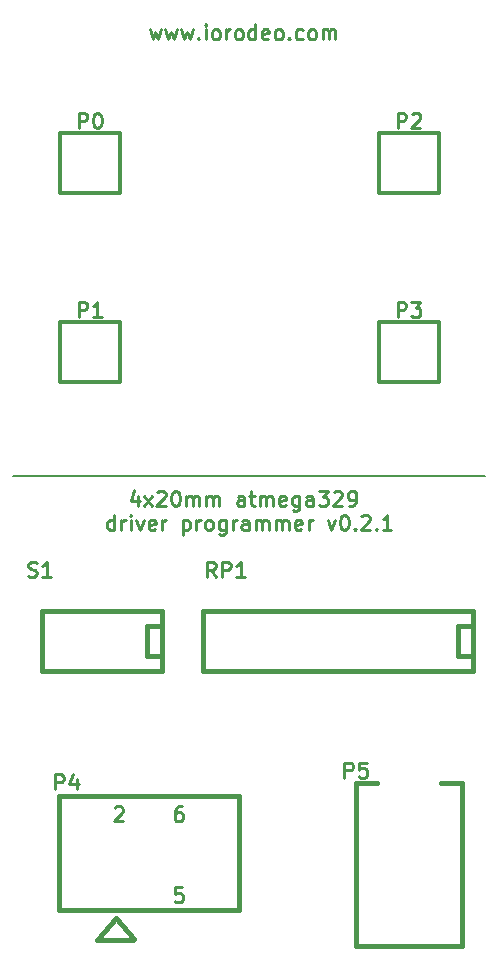
<source format=gto>
G04 (created by PCBNEW (2013-mar-13)-testing) date Tue 05 Aug 2014 04:20:57 PM PDT*
%MOIN*%
G04 Gerber Fmt 3.4, Leading zero omitted, Abs format*
%FSLAX34Y34*%
G01*
G70*
G90*
G04 APERTURE LIST*
%ADD10C,0.005906*%
%ADD11C,0.010000*%
%ADD12C,0.007874*%
%ADD13C,0.012000*%
%ADD14C,0.015000*%
G04 APERTURE END LIST*
G54D10*
G54D11*
X24243Y-20562D02*
X24338Y-20895D01*
X24433Y-20657D01*
X24528Y-20895D01*
X24624Y-20562D01*
X24766Y-20562D02*
X24862Y-20895D01*
X24957Y-20657D01*
X25052Y-20895D01*
X25147Y-20562D01*
X25290Y-20562D02*
X25386Y-20895D01*
X25481Y-20657D01*
X25576Y-20895D01*
X25671Y-20562D01*
X25862Y-20847D02*
X25886Y-20871D01*
X25862Y-20895D01*
X25838Y-20871D01*
X25862Y-20847D01*
X25862Y-20895D01*
X26100Y-20895D02*
X26100Y-20562D01*
X26100Y-20395D02*
X26076Y-20419D01*
X26100Y-20443D01*
X26124Y-20419D01*
X26100Y-20395D01*
X26100Y-20443D01*
X26409Y-20895D02*
X26362Y-20871D01*
X26338Y-20847D01*
X26314Y-20800D01*
X26314Y-20657D01*
X26338Y-20609D01*
X26362Y-20585D01*
X26409Y-20562D01*
X26481Y-20562D01*
X26528Y-20585D01*
X26552Y-20609D01*
X26576Y-20657D01*
X26576Y-20800D01*
X26552Y-20847D01*
X26528Y-20871D01*
X26481Y-20895D01*
X26409Y-20895D01*
X26790Y-20895D02*
X26790Y-20562D01*
X26790Y-20657D02*
X26814Y-20609D01*
X26838Y-20585D01*
X26886Y-20562D01*
X26933Y-20562D01*
X27171Y-20895D02*
X27124Y-20871D01*
X27100Y-20847D01*
X27076Y-20800D01*
X27076Y-20657D01*
X27100Y-20609D01*
X27124Y-20585D01*
X27171Y-20562D01*
X27243Y-20562D01*
X27290Y-20585D01*
X27314Y-20609D01*
X27338Y-20657D01*
X27338Y-20800D01*
X27314Y-20847D01*
X27290Y-20871D01*
X27243Y-20895D01*
X27171Y-20895D01*
X27766Y-20895D02*
X27766Y-20395D01*
X27766Y-20871D02*
X27719Y-20895D01*
X27624Y-20895D01*
X27576Y-20871D01*
X27552Y-20847D01*
X27528Y-20800D01*
X27528Y-20657D01*
X27552Y-20609D01*
X27576Y-20585D01*
X27624Y-20562D01*
X27719Y-20562D01*
X27766Y-20585D01*
X28195Y-20871D02*
X28147Y-20895D01*
X28052Y-20895D01*
X28005Y-20871D01*
X27981Y-20824D01*
X27981Y-20633D01*
X28005Y-20585D01*
X28052Y-20562D01*
X28147Y-20562D01*
X28195Y-20585D01*
X28219Y-20633D01*
X28219Y-20681D01*
X27981Y-20728D01*
X28505Y-20895D02*
X28457Y-20871D01*
X28433Y-20847D01*
X28409Y-20800D01*
X28409Y-20657D01*
X28433Y-20609D01*
X28457Y-20585D01*
X28505Y-20562D01*
X28576Y-20562D01*
X28624Y-20585D01*
X28647Y-20609D01*
X28671Y-20657D01*
X28671Y-20800D01*
X28647Y-20847D01*
X28624Y-20871D01*
X28576Y-20895D01*
X28505Y-20895D01*
X28886Y-20847D02*
X28909Y-20871D01*
X28886Y-20895D01*
X28862Y-20871D01*
X28886Y-20847D01*
X28886Y-20895D01*
X29338Y-20871D02*
X29290Y-20895D01*
X29195Y-20895D01*
X29147Y-20871D01*
X29124Y-20847D01*
X29100Y-20800D01*
X29100Y-20657D01*
X29124Y-20609D01*
X29147Y-20585D01*
X29195Y-20562D01*
X29290Y-20562D01*
X29338Y-20585D01*
X29624Y-20895D02*
X29576Y-20871D01*
X29552Y-20847D01*
X29528Y-20800D01*
X29528Y-20657D01*
X29552Y-20609D01*
X29576Y-20585D01*
X29624Y-20562D01*
X29695Y-20562D01*
X29743Y-20585D01*
X29766Y-20609D01*
X29790Y-20657D01*
X29790Y-20800D01*
X29766Y-20847D01*
X29743Y-20871D01*
X29695Y-20895D01*
X29624Y-20895D01*
X30005Y-20895D02*
X30005Y-20562D01*
X30005Y-20609D02*
X30028Y-20585D01*
X30076Y-20562D01*
X30147Y-20562D01*
X30195Y-20585D01*
X30219Y-20633D01*
X30219Y-20895D01*
X30219Y-20633D02*
X30243Y-20585D01*
X30290Y-20562D01*
X30362Y-20562D01*
X30409Y-20585D01*
X30433Y-20633D01*
X30433Y-20895D01*
X23844Y-36113D02*
X23844Y-36446D01*
X23725Y-35922D02*
X23606Y-36279D01*
X23916Y-36279D01*
X24059Y-36446D02*
X24320Y-36113D01*
X24059Y-36113D02*
X24320Y-36446D01*
X24487Y-35994D02*
X24511Y-35970D01*
X24559Y-35946D01*
X24678Y-35946D01*
X24725Y-35970D01*
X24749Y-35994D01*
X24773Y-36041D01*
X24773Y-36089D01*
X24749Y-36160D01*
X24463Y-36446D01*
X24773Y-36446D01*
X25082Y-35946D02*
X25130Y-35946D01*
X25178Y-35970D01*
X25201Y-35994D01*
X25225Y-36041D01*
X25249Y-36137D01*
X25249Y-36256D01*
X25225Y-36351D01*
X25201Y-36399D01*
X25178Y-36422D01*
X25130Y-36446D01*
X25082Y-36446D01*
X25035Y-36422D01*
X25011Y-36399D01*
X24987Y-36351D01*
X24963Y-36256D01*
X24963Y-36137D01*
X24987Y-36041D01*
X25011Y-35994D01*
X25035Y-35970D01*
X25082Y-35946D01*
X25463Y-36446D02*
X25463Y-36113D01*
X25463Y-36160D02*
X25487Y-36137D01*
X25535Y-36113D01*
X25606Y-36113D01*
X25654Y-36137D01*
X25678Y-36184D01*
X25678Y-36446D01*
X25678Y-36184D02*
X25701Y-36137D01*
X25749Y-36113D01*
X25820Y-36113D01*
X25868Y-36137D01*
X25892Y-36184D01*
X25892Y-36446D01*
X26130Y-36446D02*
X26130Y-36113D01*
X26130Y-36160D02*
X26154Y-36137D01*
X26201Y-36113D01*
X26273Y-36113D01*
X26320Y-36137D01*
X26344Y-36184D01*
X26344Y-36446D01*
X26344Y-36184D02*
X26368Y-36137D01*
X26416Y-36113D01*
X26487Y-36113D01*
X26535Y-36137D01*
X26559Y-36184D01*
X26559Y-36446D01*
X27392Y-36446D02*
X27392Y-36184D01*
X27368Y-36137D01*
X27320Y-36113D01*
X27225Y-36113D01*
X27178Y-36137D01*
X27392Y-36422D02*
X27344Y-36446D01*
X27225Y-36446D01*
X27178Y-36422D01*
X27154Y-36375D01*
X27154Y-36327D01*
X27178Y-36279D01*
X27225Y-36256D01*
X27344Y-36256D01*
X27392Y-36232D01*
X27559Y-36113D02*
X27749Y-36113D01*
X27630Y-35946D02*
X27630Y-36375D01*
X27654Y-36422D01*
X27701Y-36446D01*
X27749Y-36446D01*
X27916Y-36446D02*
X27916Y-36113D01*
X27916Y-36160D02*
X27940Y-36137D01*
X27987Y-36113D01*
X28059Y-36113D01*
X28106Y-36137D01*
X28130Y-36184D01*
X28130Y-36446D01*
X28130Y-36184D02*
X28154Y-36137D01*
X28201Y-36113D01*
X28273Y-36113D01*
X28320Y-36137D01*
X28344Y-36184D01*
X28344Y-36446D01*
X28773Y-36422D02*
X28725Y-36446D01*
X28630Y-36446D01*
X28582Y-36422D01*
X28559Y-36375D01*
X28559Y-36184D01*
X28582Y-36137D01*
X28630Y-36113D01*
X28725Y-36113D01*
X28773Y-36137D01*
X28797Y-36184D01*
X28797Y-36232D01*
X28559Y-36279D01*
X29225Y-36113D02*
X29225Y-36518D01*
X29201Y-36565D01*
X29178Y-36589D01*
X29130Y-36613D01*
X29059Y-36613D01*
X29011Y-36589D01*
X29225Y-36422D02*
X29178Y-36446D01*
X29082Y-36446D01*
X29035Y-36422D01*
X29011Y-36399D01*
X28987Y-36351D01*
X28987Y-36208D01*
X29011Y-36160D01*
X29035Y-36137D01*
X29082Y-36113D01*
X29178Y-36113D01*
X29225Y-36137D01*
X29678Y-36446D02*
X29678Y-36184D01*
X29654Y-36137D01*
X29606Y-36113D01*
X29511Y-36113D01*
X29463Y-36137D01*
X29678Y-36422D02*
X29630Y-36446D01*
X29511Y-36446D01*
X29463Y-36422D01*
X29440Y-36375D01*
X29440Y-36327D01*
X29463Y-36279D01*
X29511Y-36256D01*
X29630Y-36256D01*
X29678Y-36232D01*
X29868Y-35946D02*
X30178Y-35946D01*
X30011Y-36137D01*
X30082Y-36137D01*
X30130Y-36160D01*
X30154Y-36184D01*
X30178Y-36232D01*
X30178Y-36351D01*
X30154Y-36399D01*
X30130Y-36422D01*
X30082Y-36446D01*
X29940Y-36446D01*
X29892Y-36422D01*
X29868Y-36399D01*
X30368Y-35994D02*
X30392Y-35970D01*
X30440Y-35946D01*
X30559Y-35946D01*
X30606Y-35970D01*
X30630Y-35994D01*
X30654Y-36041D01*
X30654Y-36089D01*
X30630Y-36160D01*
X30344Y-36446D01*
X30654Y-36446D01*
X30892Y-36446D02*
X30987Y-36446D01*
X31035Y-36422D01*
X31059Y-36399D01*
X31106Y-36327D01*
X31130Y-36232D01*
X31130Y-36041D01*
X31106Y-35994D01*
X31082Y-35970D01*
X31035Y-35946D01*
X30940Y-35946D01*
X30892Y-35970D01*
X30868Y-35994D01*
X30844Y-36041D01*
X30844Y-36160D01*
X30868Y-36208D01*
X30892Y-36232D01*
X30940Y-36256D01*
X31035Y-36256D01*
X31082Y-36232D01*
X31106Y-36208D01*
X31130Y-36160D01*
X23059Y-37246D02*
X23059Y-36746D01*
X23059Y-37222D02*
X23011Y-37246D01*
X22916Y-37246D01*
X22868Y-37222D01*
X22844Y-37199D01*
X22820Y-37151D01*
X22820Y-37008D01*
X22844Y-36960D01*
X22868Y-36937D01*
X22916Y-36913D01*
X23011Y-36913D01*
X23059Y-36937D01*
X23297Y-37246D02*
X23297Y-36913D01*
X23297Y-37008D02*
X23320Y-36960D01*
X23344Y-36937D01*
X23392Y-36913D01*
X23440Y-36913D01*
X23606Y-37246D02*
X23606Y-36913D01*
X23606Y-36746D02*
X23582Y-36770D01*
X23606Y-36794D01*
X23630Y-36770D01*
X23606Y-36746D01*
X23606Y-36794D01*
X23797Y-36913D02*
X23916Y-37246D01*
X24035Y-36913D01*
X24416Y-37222D02*
X24368Y-37246D01*
X24273Y-37246D01*
X24225Y-37222D01*
X24201Y-37175D01*
X24201Y-36984D01*
X24225Y-36937D01*
X24273Y-36913D01*
X24368Y-36913D01*
X24416Y-36937D01*
X24440Y-36984D01*
X24440Y-37032D01*
X24201Y-37079D01*
X24654Y-37246D02*
X24654Y-36913D01*
X24654Y-37008D02*
X24678Y-36960D01*
X24701Y-36937D01*
X24749Y-36913D01*
X24797Y-36913D01*
X25344Y-36913D02*
X25344Y-37413D01*
X25344Y-36937D02*
X25392Y-36913D01*
X25487Y-36913D01*
X25535Y-36937D01*
X25559Y-36960D01*
X25582Y-37008D01*
X25582Y-37151D01*
X25559Y-37199D01*
X25535Y-37222D01*
X25487Y-37246D01*
X25392Y-37246D01*
X25344Y-37222D01*
X25797Y-37246D02*
X25797Y-36913D01*
X25797Y-37008D02*
X25820Y-36960D01*
X25844Y-36937D01*
X25892Y-36913D01*
X25940Y-36913D01*
X26178Y-37246D02*
X26130Y-37222D01*
X26106Y-37199D01*
X26082Y-37151D01*
X26082Y-37008D01*
X26106Y-36960D01*
X26130Y-36937D01*
X26178Y-36913D01*
X26249Y-36913D01*
X26297Y-36937D01*
X26320Y-36960D01*
X26344Y-37008D01*
X26344Y-37151D01*
X26320Y-37199D01*
X26297Y-37222D01*
X26249Y-37246D01*
X26178Y-37246D01*
X26773Y-36913D02*
X26773Y-37318D01*
X26749Y-37365D01*
X26725Y-37389D01*
X26678Y-37413D01*
X26606Y-37413D01*
X26559Y-37389D01*
X26773Y-37222D02*
X26725Y-37246D01*
X26630Y-37246D01*
X26582Y-37222D01*
X26559Y-37199D01*
X26535Y-37151D01*
X26535Y-37008D01*
X26559Y-36960D01*
X26582Y-36937D01*
X26630Y-36913D01*
X26725Y-36913D01*
X26773Y-36937D01*
X27011Y-37246D02*
X27011Y-36913D01*
X27011Y-37008D02*
X27035Y-36960D01*
X27059Y-36937D01*
X27106Y-36913D01*
X27154Y-36913D01*
X27535Y-37246D02*
X27535Y-36984D01*
X27511Y-36937D01*
X27463Y-36913D01*
X27368Y-36913D01*
X27320Y-36937D01*
X27535Y-37222D02*
X27487Y-37246D01*
X27368Y-37246D01*
X27320Y-37222D01*
X27297Y-37175D01*
X27297Y-37127D01*
X27320Y-37079D01*
X27368Y-37056D01*
X27487Y-37056D01*
X27535Y-37032D01*
X27773Y-37246D02*
X27773Y-36913D01*
X27773Y-36960D02*
X27797Y-36937D01*
X27844Y-36913D01*
X27916Y-36913D01*
X27963Y-36937D01*
X27987Y-36984D01*
X27987Y-37246D01*
X27987Y-36984D02*
X28011Y-36937D01*
X28059Y-36913D01*
X28130Y-36913D01*
X28178Y-36937D01*
X28201Y-36984D01*
X28201Y-37246D01*
X28440Y-37246D02*
X28440Y-36913D01*
X28440Y-36960D02*
X28463Y-36937D01*
X28511Y-36913D01*
X28582Y-36913D01*
X28630Y-36937D01*
X28654Y-36984D01*
X28654Y-37246D01*
X28654Y-36984D02*
X28678Y-36937D01*
X28725Y-36913D01*
X28797Y-36913D01*
X28844Y-36937D01*
X28868Y-36984D01*
X28868Y-37246D01*
X29297Y-37222D02*
X29249Y-37246D01*
X29154Y-37246D01*
X29106Y-37222D01*
X29082Y-37175D01*
X29082Y-36984D01*
X29106Y-36937D01*
X29154Y-36913D01*
X29249Y-36913D01*
X29297Y-36937D01*
X29320Y-36984D01*
X29320Y-37032D01*
X29082Y-37079D01*
X29535Y-37246D02*
X29535Y-36913D01*
X29535Y-37008D02*
X29559Y-36960D01*
X29582Y-36937D01*
X29630Y-36913D01*
X29678Y-36913D01*
X30178Y-36913D02*
X30297Y-37246D01*
X30416Y-36913D01*
X30701Y-36746D02*
X30749Y-36746D01*
X30797Y-36770D01*
X30820Y-36794D01*
X30844Y-36841D01*
X30868Y-36937D01*
X30868Y-37056D01*
X30844Y-37151D01*
X30820Y-37199D01*
X30797Y-37222D01*
X30749Y-37246D01*
X30701Y-37246D01*
X30654Y-37222D01*
X30630Y-37199D01*
X30606Y-37151D01*
X30582Y-37056D01*
X30582Y-36937D01*
X30606Y-36841D01*
X30630Y-36794D01*
X30654Y-36770D01*
X30701Y-36746D01*
X31082Y-37199D02*
X31106Y-37222D01*
X31082Y-37246D01*
X31059Y-37222D01*
X31082Y-37199D01*
X31082Y-37246D01*
X31297Y-36794D02*
X31320Y-36770D01*
X31368Y-36746D01*
X31487Y-36746D01*
X31535Y-36770D01*
X31559Y-36794D01*
X31582Y-36841D01*
X31582Y-36889D01*
X31559Y-36960D01*
X31273Y-37246D01*
X31582Y-37246D01*
X31797Y-37199D02*
X31820Y-37222D01*
X31797Y-37246D01*
X31773Y-37222D01*
X31797Y-37199D01*
X31797Y-37246D01*
X32297Y-37246D02*
X32011Y-37246D01*
X32154Y-37246D02*
X32154Y-36746D01*
X32106Y-36818D01*
X32059Y-36865D01*
X32011Y-36889D01*
G54D12*
X19685Y-35433D02*
X35433Y-35433D01*
G54D13*
X23244Y-24000D02*
X23244Y-26000D01*
X23244Y-26000D02*
X21244Y-26000D01*
X21244Y-26000D02*
X21244Y-24000D01*
X21244Y-24000D02*
X23244Y-24000D01*
X23244Y-30299D02*
X23244Y-32299D01*
X23244Y-32299D02*
X21244Y-32299D01*
X21244Y-32299D02*
X21244Y-30299D01*
X21244Y-30299D02*
X23244Y-30299D01*
X33874Y-24000D02*
X33874Y-26000D01*
X33874Y-26000D02*
X31874Y-26000D01*
X31874Y-26000D02*
X31874Y-24000D01*
X31874Y-24000D02*
X33874Y-24000D01*
X33874Y-30299D02*
X33874Y-32299D01*
X33874Y-32299D02*
X31874Y-32299D01*
X31874Y-32299D02*
X31874Y-30299D01*
X31874Y-30299D02*
X33874Y-30299D01*
G54D14*
X21212Y-49931D02*
X27212Y-49931D01*
X21212Y-46131D02*
X27212Y-46131D01*
X27212Y-46131D02*
X27212Y-49931D01*
X21212Y-49931D02*
X21212Y-46131D01*
X22495Y-50905D02*
X23677Y-50905D01*
X23100Y-50192D02*
X22500Y-50892D01*
X23700Y-50891D02*
X23100Y-50191D01*
X33937Y-45669D02*
X34646Y-45669D01*
X34646Y-45669D02*
X34646Y-51102D01*
X34646Y-51102D02*
X31142Y-51102D01*
X31142Y-51102D02*
X31102Y-51102D01*
X31102Y-51102D02*
X31102Y-45669D01*
X31102Y-45669D02*
X31811Y-45669D01*
X35011Y-41444D02*
X35011Y-41444D01*
X35011Y-41444D02*
X34511Y-41444D01*
X34511Y-41444D02*
X34511Y-40444D01*
X34511Y-40444D02*
X35011Y-40444D01*
X35011Y-41944D02*
X26011Y-41944D01*
X26011Y-41944D02*
X26011Y-39944D01*
X26011Y-39944D02*
X35011Y-39944D01*
X35011Y-39944D02*
X35011Y-41944D01*
X24637Y-41444D02*
X24137Y-41444D01*
X24137Y-41444D02*
X24137Y-40444D01*
X24137Y-40444D02*
X24637Y-40444D01*
X24637Y-41944D02*
X20637Y-41944D01*
X20637Y-41944D02*
X20637Y-39944D01*
X20637Y-39944D02*
X24637Y-39944D01*
X24637Y-39944D02*
X24637Y-41944D01*
G54D11*
X21875Y-23848D02*
X21875Y-23348D01*
X22065Y-23348D01*
X22113Y-23372D01*
X22136Y-23395D01*
X22160Y-23443D01*
X22160Y-23514D01*
X22136Y-23562D01*
X22113Y-23586D01*
X22065Y-23610D01*
X21875Y-23610D01*
X22470Y-23348D02*
X22517Y-23348D01*
X22565Y-23372D01*
X22589Y-23395D01*
X22613Y-23443D01*
X22636Y-23538D01*
X22636Y-23657D01*
X22613Y-23752D01*
X22589Y-23800D01*
X22565Y-23824D01*
X22517Y-23848D01*
X22470Y-23848D01*
X22422Y-23824D01*
X22398Y-23800D01*
X22375Y-23752D01*
X22351Y-23657D01*
X22351Y-23538D01*
X22375Y-23443D01*
X22398Y-23395D01*
X22422Y-23372D01*
X22470Y-23348D01*
X21875Y-30147D02*
X21875Y-29647D01*
X22065Y-29647D01*
X22113Y-29671D01*
X22136Y-29695D01*
X22160Y-29742D01*
X22160Y-29814D01*
X22136Y-29861D01*
X22113Y-29885D01*
X22065Y-29909D01*
X21875Y-29909D01*
X22636Y-30147D02*
X22351Y-30147D01*
X22494Y-30147D02*
X22494Y-29647D01*
X22446Y-29718D01*
X22398Y-29766D01*
X22351Y-29790D01*
X32504Y-23848D02*
X32504Y-23348D01*
X32695Y-23348D01*
X32743Y-23372D01*
X32766Y-23395D01*
X32790Y-23443D01*
X32790Y-23514D01*
X32766Y-23562D01*
X32743Y-23586D01*
X32695Y-23610D01*
X32504Y-23610D01*
X32981Y-23395D02*
X33004Y-23372D01*
X33052Y-23348D01*
X33171Y-23348D01*
X33219Y-23372D01*
X33243Y-23395D01*
X33266Y-23443D01*
X33266Y-23491D01*
X33243Y-23562D01*
X32957Y-23848D01*
X33266Y-23848D01*
X32504Y-30147D02*
X32504Y-29647D01*
X32695Y-29647D01*
X32743Y-29671D01*
X32766Y-29695D01*
X32790Y-29742D01*
X32790Y-29814D01*
X32766Y-29861D01*
X32743Y-29885D01*
X32695Y-29909D01*
X32504Y-29909D01*
X32957Y-29647D02*
X33266Y-29647D01*
X33100Y-29837D01*
X33171Y-29837D01*
X33219Y-29861D01*
X33243Y-29885D01*
X33266Y-29933D01*
X33266Y-30052D01*
X33243Y-30099D01*
X33219Y-30123D01*
X33171Y-30147D01*
X33028Y-30147D01*
X32981Y-30123D01*
X32957Y-30099D01*
X21087Y-45895D02*
X21087Y-45395D01*
X21278Y-45395D01*
X21325Y-45419D01*
X21349Y-45443D01*
X21373Y-45490D01*
X21373Y-45562D01*
X21349Y-45609D01*
X21325Y-45633D01*
X21278Y-45657D01*
X21087Y-45657D01*
X21801Y-45562D02*
X21801Y-45895D01*
X21682Y-45371D02*
X21563Y-45728D01*
X21873Y-45728D01*
X25331Y-49157D02*
X25093Y-49157D01*
X25069Y-49395D01*
X25093Y-49371D01*
X25141Y-49348D01*
X25260Y-49348D01*
X25307Y-49371D01*
X25331Y-49395D01*
X25355Y-49443D01*
X25355Y-49562D01*
X25331Y-49610D01*
X25307Y-49633D01*
X25260Y-49657D01*
X25141Y-49657D01*
X25093Y-49633D01*
X25069Y-49610D01*
X25307Y-46457D02*
X25212Y-46457D01*
X25164Y-46481D01*
X25141Y-46505D01*
X25093Y-46576D01*
X25069Y-46671D01*
X25069Y-46862D01*
X25093Y-46910D01*
X25117Y-46933D01*
X25164Y-46957D01*
X25260Y-46957D01*
X25307Y-46933D01*
X25331Y-46910D01*
X25355Y-46862D01*
X25355Y-46743D01*
X25331Y-46695D01*
X25307Y-46671D01*
X25260Y-46648D01*
X25164Y-46648D01*
X25117Y-46671D01*
X25093Y-46695D01*
X25069Y-46743D01*
X23069Y-46505D02*
X23093Y-46481D01*
X23141Y-46457D01*
X23260Y-46457D01*
X23307Y-46481D01*
X23331Y-46505D01*
X23355Y-46552D01*
X23355Y-46600D01*
X23331Y-46671D01*
X23045Y-46957D01*
X23355Y-46957D01*
X30733Y-45501D02*
X30733Y-45001D01*
X30923Y-45001D01*
X30971Y-45025D01*
X30995Y-45049D01*
X31019Y-45097D01*
X31019Y-45168D01*
X30995Y-45216D01*
X30971Y-45239D01*
X30923Y-45263D01*
X30733Y-45263D01*
X31471Y-45001D02*
X31233Y-45001D01*
X31209Y-45239D01*
X31233Y-45216D01*
X31280Y-45192D01*
X31399Y-45192D01*
X31447Y-45216D01*
X31471Y-45239D01*
X31495Y-45287D01*
X31495Y-45406D01*
X31471Y-45454D01*
X31447Y-45477D01*
X31399Y-45501D01*
X31280Y-45501D01*
X31233Y-45477D01*
X31209Y-45454D01*
X26438Y-38808D02*
X26271Y-38570D01*
X26152Y-38808D02*
X26152Y-38308D01*
X26343Y-38308D01*
X26390Y-38332D01*
X26414Y-38356D01*
X26438Y-38404D01*
X26438Y-38475D01*
X26414Y-38523D01*
X26390Y-38546D01*
X26343Y-38570D01*
X26152Y-38570D01*
X26652Y-38808D02*
X26652Y-38308D01*
X26843Y-38308D01*
X26890Y-38332D01*
X26914Y-38356D01*
X26938Y-38404D01*
X26938Y-38475D01*
X26914Y-38523D01*
X26890Y-38546D01*
X26843Y-38570D01*
X26652Y-38570D01*
X27414Y-38808D02*
X27128Y-38808D01*
X27271Y-38808D02*
X27271Y-38308D01*
X27224Y-38380D01*
X27176Y-38427D01*
X27128Y-38451D01*
X20189Y-38785D02*
X20261Y-38808D01*
X20380Y-38808D01*
X20428Y-38785D01*
X20451Y-38761D01*
X20475Y-38713D01*
X20475Y-38666D01*
X20451Y-38618D01*
X20428Y-38594D01*
X20380Y-38570D01*
X20285Y-38546D01*
X20237Y-38523D01*
X20213Y-38499D01*
X20189Y-38451D01*
X20189Y-38404D01*
X20213Y-38356D01*
X20237Y-38332D01*
X20285Y-38308D01*
X20404Y-38308D01*
X20475Y-38332D01*
X20951Y-38808D02*
X20666Y-38808D01*
X20808Y-38808D02*
X20808Y-38308D01*
X20761Y-38380D01*
X20713Y-38427D01*
X20666Y-38451D01*
M02*

</source>
